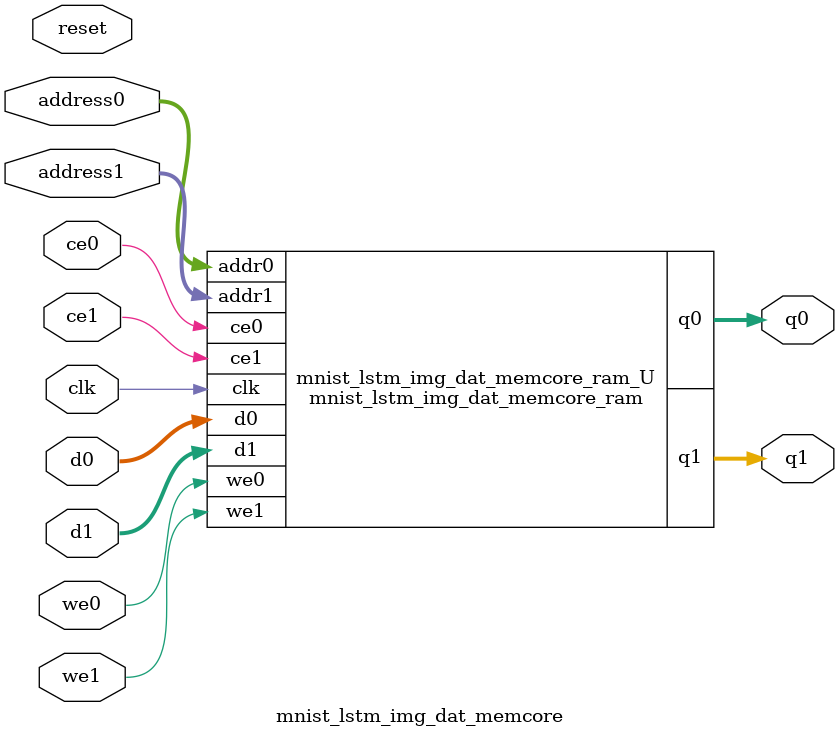
<source format=v>
`timescale 1 ns / 1 ps
module mnist_lstm_img_dat_memcore_ram (addr0, ce0, d0, we0, q0, addr1, ce1, d1, we1, q1,  clk);

parameter DWIDTH = 32;
parameter AWIDTH = 9;
parameter MEM_SIZE = 448;

input[AWIDTH-1:0] addr0;
input ce0;
input[DWIDTH-1:0] d0;
input we0;
output reg[DWIDTH-1:0] q0;
input[AWIDTH-1:0] addr1;
input ce1;
input[DWIDTH-1:0] d1;
input we1;
output reg[DWIDTH-1:0] q1;
input clk;

(* ram_style = "block" *)reg [DWIDTH-1:0] ram[0:MEM_SIZE-1];




always @(posedge clk)  
begin 
    if (ce0) 
    begin
        if (we0) 
        begin 
            ram[addr0] <= d0; 
        end 
        q0 <= ram[addr0];
    end
end


always @(posedge clk)  
begin 
    if (ce1) 
    begin
        if (we1) 
        begin 
            ram[addr1] <= d1; 
        end 
        q1 <= ram[addr1];
    end
end


endmodule

`timescale 1 ns / 1 ps
module mnist_lstm_img_dat_memcore(
    reset,
    clk,
    address0,
    ce0,
    we0,
    d0,
    q0,
    address1,
    ce1,
    we1,
    d1,
    q1);

parameter DataWidth = 32'd32;
parameter AddressRange = 32'd448;
parameter AddressWidth = 32'd9;
input reset;
input clk;
input[AddressWidth - 1:0] address0;
input ce0;
input we0;
input[DataWidth - 1:0] d0;
output[DataWidth - 1:0] q0;
input[AddressWidth - 1:0] address1;
input ce1;
input we1;
input[DataWidth - 1:0] d1;
output[DataWidth - 1:0] q1;



mnist_lstm_img_dat_memcore_ram mnist_lstm_img_dat_memcore_ram_U(
    .clk( clk ),
    .addr0( address0 ),
    .ce0( ce0 ),
    .we0( we0 ),
    .d0( d0 ),
    .q0( q0 ),
    .addr1( address1 ),
    .ce1( ce1 ),
    .we1( we1 ),
    .d1( d1 ),
    .q1( q1 ));

endmodule


</source>
